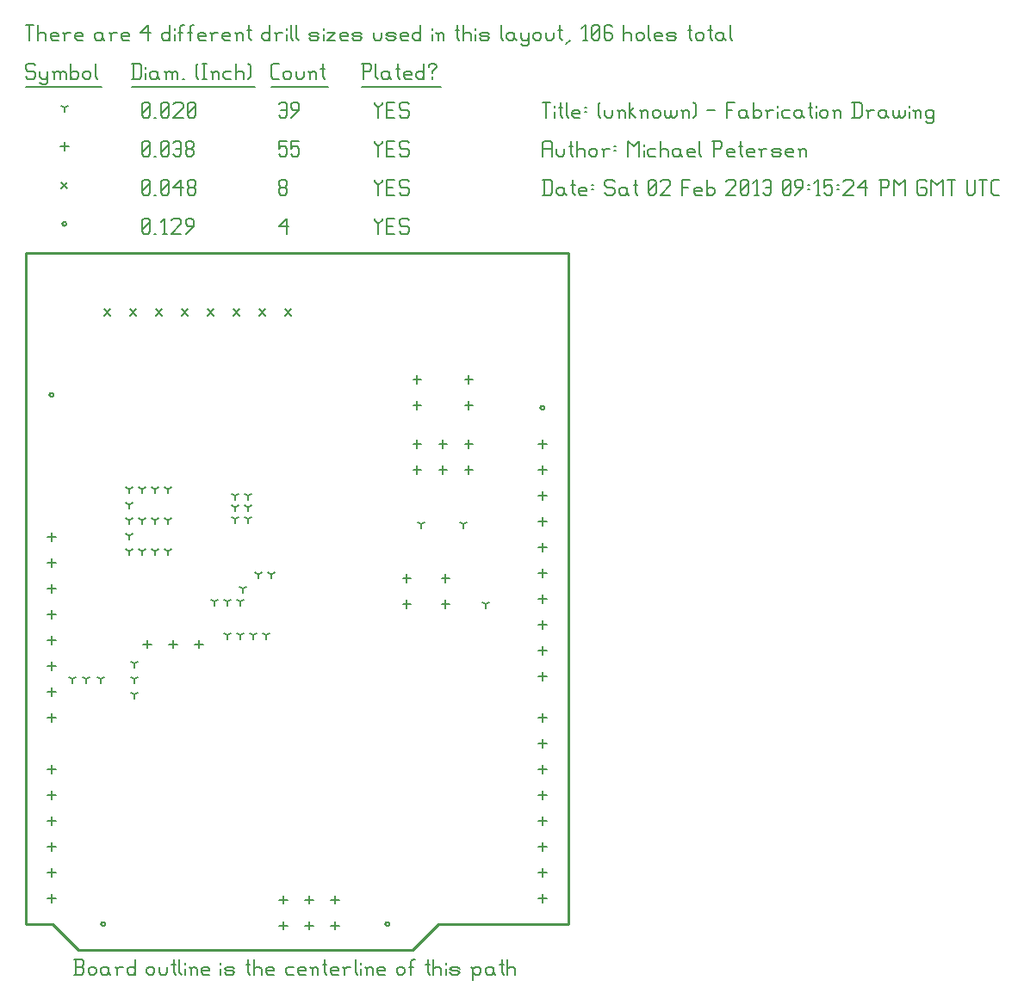
<source format=gbr>
G04 start of page 10 for group -3984 idx -3984 *
G04 Title: (unknown), fab *
G04 Creator: pcb 20110918 *
G04 CreationDate: Sat 02 Feb 2013 09:15:24 PM GMT UTC *
G04 For: petersen *
G04 Format: Gerber/RS-274X *
G04 PCB-Dimensions: 210000 270000 *
G04 PCB-Coordinate-Origin: lower left *
%MOIN*%
%FSLAX25Y25*%
%LNFAB*%
%ADD71C,0.0100*%
%ADD70C,0.0060*%
%ADD69R,0.0080X0.0080*%
G54D69*X139200Y10000D02*G75*G03X140800Y10000I800J0D01*G01*
G75*G03X139200Y10000I-800J0D01*G01*
X199200Y210000D02*G75*G03X200800Y210000I800J0D01*G01*
G75*G03X199200Y210000I-800J0D01*G01*
X9200Y215000D02*G75*G03X10800Y215000I800J0D01*G01*
G75*G03X9200Y215000I-800J0D01*G01*
X29200Y10000D02*G75*G03X30800Y10000I800J0D01*G01*
G75*G03X29200Y10000I-800J0D01*G01*
X14200Y281250D02*G75*G03X15800Y281250I800J0D01*G01*
G75*G03X14200Y281250I-800J0D01*G01*
G54D70*X135000Y283500D02*Y282750D01*
X136500Y281250D01*
X138000Y282750D01*
Y283500D02*Y282750D01*
X136500Y281250D02*Y277500D01*
X139800Y280500D02*X142050D01*
X139800Y277500D02*X142800D01*
X139800Y283500D02*Y277500D01*
Y283500D02*X142800D01*
X147600D02*X148350Y282750D01*
X145350Y283500D02*X147600D01*
X144600Y282750D02*X145350Y283500D01*
X144600Y282750D02*Y281250D01*
X145350Y280500D01*
X147600D01*
X148350Y279750D01*
Y278250D01*
X147600Y277500D02*X148350Y278250D01*
X145350Y277500D02*X147600D01*
X144600Y278250D02*X145350Y277500D01*
X98000Y280500D02*X101000Y283500D01*
X98000Y280500D02*X101750D01*
X101000Y283500D02*Y277500D01*
X45000Y278250D02*X45750Y277500D01*
X45000Y282750D02*Y278250D01*
Y282750D02*X45750Y283500D01*
X47250D01*
X48000Y282750D01*
Y278250D01*
X47250Y277500D02*X48000Y278250D01*
X45750Y277500D02*X47250D01*
X45000Y279000D02*X48000Y282000D01*
X49800Y277500D02*X50550D01*
X53100D02*X54600D01*
X53850Y283500D02*Y277500D01*
X52350Y282000D02*X53850Y283500D01*
X56400Y282750D02*X57150Y283500D01*
X59400D01*
X60150Y282750D01*
Y281250D01*
X56400Y277500D02*X60150Y281250D01*
X56400Y277500D02*X60150D01*
X61950D02*X64950Y280500D01*
Y282750D02*Y280500D01*
X64200Y283500D02*X64950Y282750D01*
X62700Y283500D02*X64200D01*
X61950Y282750D02*X62700Y283500D01*
X61950Y282750D02*Y281250D01*
X62700Y280500D01*
X64950D01*
X100300Y248200D02*X102700Y245800D01*
X100300D02*X102700Y248200D01*
X90300D02*X92700Y245800D01*
X90300D02*X92700Y248200D01*
X80300D02*X82700Y245800D01*
X80300D02*X82700Y248200D01*
X70300D02*X72700Y245800D01*
X70300D02*X72700Y248200D01*
X60300D02*X62700Y245800D01*
X60300D02*X62700Y248200D01*
X50300D02*X52700Y245800D01*
X50300D02*X52700Y248200D01*
X40300D02*X42700Y245800D01*
X40300D02*X42700Y248200D01*
X30300D02*X32700Y245800D01*
X30300D02*X32700Y248200D01*
X13800Y297450D02*X16200Y295050D01*
X13800D02*X16200Y297450D01*
X135000Y298500D02*Y297750D01*
X136500Y296250D01*
X138000Y297750D01*
Y298500D02*Y297750D01*
X136500Y296250D02*Y292500D01*
X139800Y295500D02*X142050D01*
X139800Y292500D02*X142800D01*
X139800Y298500D02*Y292500D01*
Y298500D02*X142800D01*
X147600D02*X148350Y297750D01*
X145350Y298500D02*X147600D01*
X144600Y297750D02*X145350Y298500D01*
X144600Y297750D02*Y296250D01*
X145350Y295500D01*
X147600D01*
X148350Y294750D01*
Y293250D01*
X147600Y292500D02*X148350Y293250D01*
X145350Y292500D02*X147600D01*
X144600Y293250D02*X145350Y292500D01*
X98000Y293250D02*X98750Y292500D01*
X98000Y294750D02*Y293250D01*
Y294750D02*X98750Y295500D01*
X100250D01*
X101000Y294750D01*
Y293250D01*
X100250Y292500D02*X101000Y293250D01*
X98750Y292500D02*X100250D01*
X98000Y296250D02*X98750Y295500D01*
X98000Y297750D02*Y296250D01*
Y297750D02*X98750Y298500D01*
X100250D01*
X101000Y297750D01*
Y296250D01*
X100250Y295500D02*X101000Y296250D01*
X45000Y293250D02*X45750Y292500D01*
X45000Y297750D02*Y293250D01*
Y297750D02*X45750Y298500D01*
X47250D01*
X48000Y297750D01*
Y293250D01*
X47250Y292500D02*X48000Y293250D01*
X45750Y292500D02*X47250D01*
X45000Y294000D02*X48000Y297000D01*
X49800Y292500D02*X50550D01*
X52350Y293250D02*X53100Y292500D01*
X52350Y297750D02*Y293250D01*
Y297750D02*X53100Y298500D01*
X54600D01*
X55350Y297750D01*
Y293250D01*
X54600Y292500D02*X55350Y293250D01*
X53100Y292500D02*X54600D01*
X52350Y294000D02*X55350Y297000D01*
X57150Y295500D02*X60150Y298500D01*
X57150Y295500D02*X60900D01*
X60150Y298500D02*Y292500D01*
X62700Y293250D02*X63450Y292500D01*
X62700Y294750D02*Y293250D01*
Y294750D02*X63450Y295500D01*
X64950D01*
X65700Y294750D01*
Y293250D01*
X64950Y292500D02*X65700Y293250D01*
X63450Y292500D02*X64950D01*
X62700Y296250D02*X63450Y295500D01*
X62700Y297750D02*Y296250D01*
Y297750D02*X63450Y298500D01*
X64950D01*
X65700Y297750D01*
Y296250D01*
X64950Y295500D02*X65700Y296250D01*
X10000Y161600D02*Y158400D01*
X8400Y160000D02*X11600D01*
X10000Y151600D02*Y148400D01*
X8400Y150000D02*X11600D01*
X10000Y141600D02*Y138400D01*
X8400Y140000D02*X11600D01*
X10000Y131600D02*Y128400D01*
X8400Y130000D02*X11600D01*
X10000Y121600D02*Y118400D01*
X8400Y120000D02*X11600D01*
X10000Y111600D02*Y108400D01*
X8400Y110000D02*X11600D01*
X10000Y101600D02*Y98400D01*
X8400Y100000D02*X11600D01*
X10000Y91600D02*Y88400D01*
X8400Y90000D02*X11600D01*
X10000Y71600D02*Y68400D01*
X8400Y70000D02*X11600D01*
X10000Y61600D02*Y58400D01*
X8400Y60000D02*X11600D01*
X10000Y51600D02*Y48400D01*
X8400Y50000D02*X11600D01*
X10000Y41600D02*Y38400D01*
X8400Y40000D02*X11600D01*
X10000Y31600D02*Y28400D01*
X8400Y30000D02*X11600D01*
X10000Y21600D02*Y18400D01*
X8400Y20000D02*X11600D01*
X200000Y21600D02*Y18400D01*
X198400Y20000D02*X201600D01*
X200000Y31600D02*Y28400D01*
X198400Y30000D02*X201600D01*
X200000Y41600D02*Y38400D01*
X198400Y40000D02*X201600D01*
X200000Y51600D02*Y48400D01*
X198400Y50000D02*X201600D01*
X200000Y61600D02*Y58400D01*
X198400Y60000D02*X201600D01*
X200000Y71600D02*Y68400D01*
X198400Y70000D02*X201600D01*
X200000Y81600D02*Y78400D01*
X198400Y80000D02*X201600D01*
X200000Y91600D02*Y88400D01*
X198400Y90000D02*X201600D01*
X200000Y107600D02*Y104400D01*
X198400Y106000D02*X201600D01*
X200000Y117600D02*Y114400D01*
X198400Y116000D02*X201600D01*
X200000Y127600D02*Y124400D01*
X198400Y126000D02*X201600D01*
X200000Y137600D02*Y134400D01*
X198400Y136000D02*X201600D01*
X200000Y147600D02*Y144400D01*
X198400Y146000D02*X201600D01*
X200000Y157600D02*Y154400D01*
X198400Y156000D02*X201600D01*
X200000Y167600D02*Y164400D01*
X198400Y166000D02*X201600D01*
X200000Y177600D02*Y174400D01*
X198400Y176000D02*X201600D01*
X200000Y187600D02*Y184400D01*
X198400Y186000D02*X201600D01*
X200000Y197600D02*Y194400D01*
X198400Y196000D02*X201600D01*
X47000Y120100D02*Y116900D01*
X45400Y118500D02*X48600D01*
X57000Y120100D02*Y116900D01*
X55400Y118500D02*X58600D01*
X67000Y120100D02*Y116900D01*
X65400Y118500D02*X68600D01*
X151500Y187600D02*Y184400D01*
X149900Y186000D02*X153100D01*
X161500Y187600D02*Y184400D01*
X159900Y186000D02*X163100D01*
X171500Y187600D02*Y184400D01*
X169900Y186000D02*X173100D01*
X151500Y197600D02*Y194400D01*
X149900Y196000D02*X153100D01*
X161500Y197600D02*Y194400D01*
X159900Y196000D02*X163100D01*
X171500Y197600D02*Y194400D01*
X169900Y196000D02*X173100D01*
X171500Y222600D02*Y219400D01*
X169900Y221000D02*X173100D01*
X171500Y212600D02*Y209400D01*
X169900Y211000D02*X173100D01*
X151500Y222600D02*Y219400D01*
X149900Y221000D02*X153100D01*
X151500Y212600D02*Y209400D01*
X149900Y211000D02*X153100D01*
X162500Y145600D02*Y142400D01*
X160900Y144000D02*X164100D01*
X162500Y135600D02*Y132400D01*
X160900Y134000D02*X164100D01*
X147500Y145600D02*Y142400D01*
X145900Y144000D02*X149100D01*
X147500Y135600D02*Y132400D01*
X145900Y134000D02*X149100D01*
X119803Y21049D02*Y17849D01*
X118203Y19449D02*X121403D01*
X109803Y21049D02*Y17849D01*
X108203Y19449D02*X111403D01*
X99803Y21049D02*Y17849D01*
X98203Y19449D02*X101403D01*
X119803Y11049D02*Y7849D01*
X118203Y9449D02*X121403D01*
X109803Y11049D02*Y7849D01*
X108203Y9449D02*X111403D01*
X99803Y11049D02*Y7849D01*
X98203Y9449D02*X101403D01*
X15000Y312850D02*Y309650D01*
X13400Y311250D02*X16600D01*
X135000Y313500D02*Y312750D01*
X136500Y311250D01*
X138000Y312750D01*
Y313500D02*Y312750D01*
X136500Y311250D02*Y307500D01*
X139800Y310500D02*X142050D01*
X139800Y307500D02*X142800D01*
X139800Y313500D02*Y307500D01*
Y313500D02*X142800D01*
X147600D02*X148350Y312750D01*
X145350Y313500D02*X147600D01*
X144600Y312750D02*X145350Y313500D01*
X144600Y312750D02*Y311250D01*
X145350Y310500D01*
X147600D01*
X148350Y309750D01*
Y308250D01*
X147600Y307500D02*X148350Y308250D01*
X145350Y307500D02*X147600D01*
X144600Y308250D02*X145350Y307500D01*
X98000Y313500D02*X101000D01*
X98000D02*Y310500D01*
X98750Y311250D01*
X100250D01*
X101000Y310500D01*
Y308250D01*
X100250Y307500D02*X101000Y308250D01*
X98750Y307500D02*X100250D01*
X98000Y308250D02*X98750Y307500D01*
X102800Y313500D02*X105800D01*
X102800D02*Y310500D01*
X103550Y311250D01*
X105050D01*
X105800Y310500D01*
Y308250D01*
X105050Y307500D02*X105800Y308250D01*
X103550Y307500D02*X105050D01*
X102800Y308250D02*X103550Y307500D01*
X45000Y308250D02*X45750Y307500D01*
X45000Y312750D02*Y308250D01*
Y312750D02*X45750Y313500D01*
X47250D01*
X48000Y312750D01*
Y308250D01*
X47250Y307500D02*X48000Y308250D01*
X45750Y307500D02*X47250D01*
X45000Y309000D02*X48000Y312000D01*
X49800Y307500D02*X50550D01*
X52350Y308250D02*X53100Y307500D01*
X52350Y312750D02*Y308250D01*
Y312750D02*X53100Y313500D01*
X54600D01*
X55350Y312750D01*
Y308250D01*
X54600Y307500D02*X55350Y308250D01*
X53100Y307500D02*X54600D01*
X52350Y309000D02*X55350Y312000D01*
X57150Y312750D02*X57900Y313500D01*
X59400D01*
X60150Y312750D01*
Y308250D01*
X59400Y307500D02*X60150Y308250D01*
X57900Y307500D02*X59400D01*
X57150Y308250D02*X57900Y307500D01*
Y310500D02*X60150D01*
X61950Y308250D02*X62700Y307500D01*
X61950Y309750D02*Y308250D01*
Y309750D02*X62700Y310500D01*
X64200D01*
X64950Y309750D01*
Y308250D01*
X64200Y307500D02*X64950Y308250D01*
X62700Y307500D02*X64200D01*
X61950Y311250D02*X62700Y310500D01*
X61950Y312750D02*Y311250D01*
Y312750D02*X62700Y313500D01*
X64200D01*
X64950Y312750D01*
Y311250D01*
X64200Y310500D02*X64950Y311250D01*
X169500Y165000D02*Y163400D01*
Y165000D02*X170887Y165800D01*
X169500Y165000D02*X168113Y165800D01*
X153000Y165000D02*Y163400D01*
Y165000D02*X154387Y165800D01*
X153000Y165000D02*X151613Y165800D01*
X178000Y134000D02*Y132400D01*
Y134000D02*X179387Y134800D01*
X178000Y134000D02*X176613Y134800D01*
X42000Y111000D02*Y109400D01*
Y111000D02*X43387Y111800D01*
X42000Y111000D02*X40613Y111800D01*
X42000Y105000D02*Y103400D01*
Y105000D02*X43387Y105800D01*
X42000Y105000D02*X40613Y105800D01*
X42000Y99000D02*Y97400D01*
Y99000D02*X43387Y99800D01*
X42000Y99000D02*X40613Y99800D01*
X18000Y105000D02*Y103400D01*
Y105000D02*X19387Y105800D01*
X18000Y105000D02*X16613Y105800D01*
X23500Y105000D02*Y103400D01*
Y105000D02*X24887Y105800D01*
X23500Y105000D02*X22113Y105800D01*
X29000Y105000D02*Y103400D01*
Y105000D02*X30387Y105800D01*
X29000Y105000D02*X27613Y105800D01*
X55000Y178500D02*Y176900D01*
Y178500D02*X56387Y179300D01*
X55000Y178500D02*X53613Y179300D01*
X50000Y178500D02*Y176900D01*
Y178500D02*X51387Y179300D01*
X50000Y178500D02*X48613Y179300D01*
X55000Y166500D02*Y164900D01*
Y166500D02*X56387Y167300D01*
X55000Y166500D02*X53613Y167300D01*
X50000Y166500D02*Y164900D01*
Y166500D02*X51387Y167300D01*
X50000Y166500D02*X48613Y167300D01*
X55000Y154500D02*Y152900D01*
Y154500D02*X56387Y155300D01*
X55000Y154500D02*X53613Y155300D01*
X50000Y154500D02*Y152900D01*
Y154500D02*X51387Y155300D01*
X50000Y154500D02*X48613Y155300D01*
X45000Y178500D02*Y176900D01*
Y178500D02*X46387Y179300D01*
X45000Y178500D02*X43613Y179300D01*
X40000Y178500D02*Y176900D01*
Y178500D02*X41387Y179300D01*
X40000Y178500D02*X38613Y179300D01*
X45000Y166500D02*Y164900D01*
Y166500D02*X46387Y167300D01*
X45000Y166500D02*X43613Y167300D01*
X40000Y166500D02*Y164900D01*
Y166500D02*X41387Y167300D01*
X40000Y166500D02*X38613Y167300D01*
X45000Y154500D02*Y152900D01*
Y154500D02*X46387Y155300D01*
X45000Y154500D02*X43613Y155300D01*
X40000Y154500D02*Y152900D01*
Y154500D02*X41387Y155300D01*
X40000Y154500D02*X38613Y155300D01*
X40000Y172500D02*Y170900D01*
Y172500D02*X41387Y173300D01*
X40000Y172500D02*X38613Y173300D01*
X40000Y160500D02*Y158900D01*
Y160500D02*X41387Y161300D01*
X40000Y160500D02*X38613Y161300D01*
X90000Y145500D02*Y143900D01*
Y145500D02*X91387Y146300D01*
X90000Y145500D02*X88613Y146300D01*
X95000Y145500D02*Y143900D01*
Y145500D02*X96387Y146300D01*
X95000Y145500D02*X93613Y146300D01*
X81000Y167000D02*Y165400D01*
Y167000D02*X82387Y167800D01*
X81000Y167000D02*X79613Y167800D01*
X86000Y167000D02*Y165400D01*
Y167000D02*X87387Y167800D01*
X86000Y167000D02*X84613Y167800D01*
X81000Y176000D02*Y174400D01*
Y176000D02*X82387Y176800D01*
X81000Y176000D02*X79613Y176800D01*
X86000Y176000D02*Y174400D01*
Y176000D02*X87387Y176800D01*
X86000Y176000D02*X84613Y176800D01*
X81000Y171500D02*Y169900D01*
Y171500D02*X82387Y172300D01*
X81000Y171500D02*X79613Y172300D01*
X86000Y171500D02*Y169900D01*
Y171500D02*X87387Y172300D01*
X86000Y171500D02*X84613Y172300D01*
X73000Y135000D02*Y133400D01*
Y135000D02*X74387Y135800D01*
X73000Y135000D02*X71613Y135800D01*
X78000Y135000D02*Y133400D01*
Y135000D02*X79387Y135800D01*
X78000Y135000D02*X76613Y135800D01*
X83000Y135000D02*Y133400D01*
Y135000D02*X84387Y135800D01*
X83000Y135000D02*X81613Y135800D01*
X84000Y140000D02*Y138400D01*
Y140000D02*X85387Y140800D01*
X84000Y140000D02*X82613Y140800D01*
X78000Y122000D02*Y120400D01*
Y122000D02*X79387Y122800D01*
X78000Y122000D02*X76613Y122800D01*
X83000Y122000D02*Y120400D01*
Y122000D02*X84387Y122800D01*
X83000Y122000D02*X81613Y122800D01*
X88000Y122000D02*Y120400D01*
Y122000D02*X89387Y122800D01*
X88000Y122000D02*X86613Y122800D01*
X93000Y122000D02*Y120400D01*
Y122000D02*X94387Y122800D01*
X93000Y122000D02*X91613Y122800D01*
X15000Y326250D02*Y324650D01*
Y326250D02*X16387Y327050D01*
X15000Y326250D02*X13613Y327050D01*
X135000Y328500D02*Y327750D01*
X136500Y326250D01*
X138000Y327750D01*
Y328500D02*Y327750D01*
X136500Y326250D02*Y322500D01*
X139800Y325500D02*X142050D01*
X139800Y322500D02*X142800D01*
X139800Y328500D02*Y322500D01*
Y328500D02*X142800D01*
X147600D02*X148350Y327750D01*
X145350Y328500D02*X147600D01*
X144600Y327750D02*X145350Y328500D01*
X144600Y327750D02*Y326250D01*
X145350Y325500D01*
X147600D01*
X148350Y324750D01*
Y323250D01*
X147600Y322500D02*X148350Y323250D01*
X145350Y322500D02*X147600D01*
X144600Y323250D02*X145350Y322500D01*
X98000Y327750D02*X98750Y328500D01*
X100250D01*
X101000Y327750D01*
Y323250D01*
X100250Y322500D02*X101000Y323250D01*
X98750Y322500D02*X100250D01*
X98000Y323250D02*X98750Y322500D01*
Y325500D02*X101000D01*
X102800Y322500D02*X105800Y325500D01*
Y327750D02*Y325500D01*
X105050Y328500D02*X105800Y327750D01*
X103550Y328500D02*X105050D01*
X102800Y327750D02*X103550Y328500D01*
X102800Y327750D02*Y326250D01*
X103550Y325500D01*
X105800D01*
X45000Y323250D02*X45750Y322500D01*
X45000Y327750D02*Y323250D01*
Y327750D02*X45750Y328500D01*
X47250D01*
X48000Y327750D01*
Y323250D01*
X47250Y322500D02*X48000Y323250D01*
X45750Y322500D02*X47250D01*
X45000Y324000D02*X48000Y327000D01*
X49800Y322500D02*X50550D01*
X52350Y323250D02*X53100Y322500D01*
X52350Y327750D02*Y323250D01*
Y327750D02*X53100Y328500D01*
X54600D01*
X55350Y327750D01*
Y323250D01*
X54600Y322500D02*X55350Y323250D01*
X53100Y322500D02*X54600D01*
X52350Y324000D02*X55350Y327000D01*
X57150Y327750D02*X57900Y328500D01*
X60150D01*
X60900Y327750D01*
Y326250D01*
X57150Y322500D02*X60900Y326250D01*
X57150Y322500D02*X60900D01*
X62700Y323250D02*X63450Y322500D01*
X62700Y327750D02*Y323250D01*
Y327750D02*X63450Y328500D01*
X64950D01*
X65700Y327750D01*
Y323250D01*
X64950Y322500D02*X65700Y323250D01*
X63450Y322500D02*X64950D01*
X62700Y324000D02*X65700Y327000D01*
X3000Y343500D02*X3750Y342750D01*
X750Y343500D02*X3000D01*
X0Y342750D02*X750Y343500D01*
X0Y342750D02*Y341250D01*
X750Y340500D01*
X3000D01*
X3750Y339750D01*
Y338250D01*
X3000Y337500D02*X3750Y338250D01*
X750Y337500D02*X3000D01*
X0Y338250D02*X750Y337500D01*
X5550Y340500D02*Y338250D01*
X6300Y337500D01*
X8550Y340500D02*Y336000D01*
X7800Y335250D02*X8550Y336000D01*
X6300Y335250D02*X7800D01*
X5550Y336000D02*X6300Y335250D01*
Y337500D02*X7800D01*
X8550Y338250D01*
X11100Y339750D02*Y337500D01*
Y339750D02*X11850Y340500D01*
X12600D01*
X13350Y339750D01*
Y337500D01*
Y339750D02*X14100Y340500D01*
X14850D01*
X15600Y339750D01*
Y337500D01*
X10350Y340500D02*X11100Y339750D01*
X17400Y343500D02*Y337500D01*
Y338250D02*X18150Y337500D01*
X19650D01*
X20400Y338250D01*
Y339750D02*Y338250D01*
X19650Y340500D02*X20400Y339750D01*
X18150Y340500D02*X19650D01*
X17400Y339750D02*X18150Y340500D01*
X22200Y339750D02*Y338250D01*
Y339750D02*X22950Y340500D01*
X24450D01*
X25200Y339750D01*
Y338250D01*
X24450Y337500D02*X25200Y338250D01*
X22950Y337500D02*X24450D01*
X22200Y338250D02*X22950Y337500D01*
X27000Y343500D02*Y338250D01*
X27750Y337500D01*
X0Y334250D02*X29250D01*
X41750Y343500D02*Y337500D01*
X44000Y343500D02*X44750Y342750D01*
Y338250D01*
X44000Y337500D02*X44750Y338250D01*
X41000Y337500D02*X44000D01*
X41000Y343500D02*X44000D01*
X46550Y342000D02*Y341250D01*
Y339750D02*Y337500D01*
X50300Y340500D02*X51050Y339750D01*
X48800Y340500D02*X50300D01*
X48050Y339750D02*X48800Y340500D01*
X48050Y339750D02*Y338250D01*
X48800Y337500D01*
X51050Y340500D02*Y338250D01*
X51800Y337500D01*
X48800D02*X50300D01*
X51050Y338250D01*
X54350Y339750D02*Y337500D01*
Y339750D02*X55100Y340500D01*
X55850D01*
X56600Y339750D01*
Y337500D01*
Y339750D02*X57350Y340500D01*
X58100D01*
X58850Y339750D01*
Y337500D01*
X53600Y340500D02*X54350Y339750D01*
X60650Y337500D02*X61400D01*
X65900Y338250D02*X66650Y337500D01*
X65900Y342750D02*X66650Y343500D01*
X65900Y342750D02*Y338250D01*
X68450Y343500D02*X69950D01*
X69200D02*Y337500D01*
X68450D02*X69950D01*
X72500Y339750D02*Y337500D01*
Y339750D02*X73250Y340500D01*
X74000D01*
X74750Y339750D01*
Y337500D01*
X71750Y340500D02*X72500Y339750D01*
X77300Y340500D02*X79550D01*
X76550Y339750D02*X77300Y340500D01*
X76550Y339750D02*Y338250D01*
X77300Y337500D01*
X79550D01*
X81350Y343500D02*Y337500D01*
Y339750D02*X82100Y340500D01*
X83600D01*
X84350Y339750D01*
Y337500D01*
X86150Y343500D02*X86900Y342750D01*
Y338250D01*
X86150Y337500D02*X86900Y338250D01*
X41000Y334250D02*X88700D01*
X95750Y337500D02*X98000D01*
X95000Y338250D02*X95750Y337500D01*
X95000Y342750D02*Y338250D01*
Y342750D02*X95750Y343500D01*
X98000D01*
X99800Y339750D02*Y338250D01*
Y339750D02*X100550Y340500D01*
X102050D01*
X102800Y339750D01*
Y338250D01*
X102050Y337500D02*X102800Y338250D01*
X100550Y337500D02*X102050D01*
X99800Y338250D02*X100550Y337500D01*
X104600Y340500D02*Y338250D01*
X105350Y337500D01*
X106850D01*
X107600Y338250D01*
Y340500D02*Y338250D01*
X110150Y339750D02*Y337500D01*
Y339750D02*X110900Y340500D01*
X111650D01*
X112400Y339750D01*
Y337500D01*
X109400Y340500D02*X110150Y339750D01*
X114950Y343500D02*Y338250D01*
X115700Y337500D01*
X114200Y341250D02*X115700D01*
X95000Y334250D02*X117200D01*
X130750Y343500D02*Y337500D01*
X130000Y343500D02*X133000D01*
X133750Y342750D01*
Y341250D01*
X133000Y340500D02*X133750Y341250D01*
X130750Y340500D02*X133000D01*
X135550Y343500D02*Y338250D01*
X136300Y337500D01*
X140050Y340500D02*X140800Y339750D01*
X138550Y340500D02*X140050D01*
X137800Y339750D02*X138550Y340500D01*
X137800Y339750D02*Y338250D01*
X138550Y337500D01*
X140800Y340500D02*Y338250D01*
X141550Y337500D01*
X138550D02*X140050D01*
X140800Y338250D01*
X144100Y343500D02*Y338250D01*
X144850Y337500D01*
X143350Y341250D02*X144850D01*
X147100Y337500D02*X149350D01*
X146350Y338250D02*X147100Y337500D01*
X146350Y339750D02*Y338250D01*
Y339750D02*X147100Y340500D01*
X148600D01*
X149350Y339750D01*
X146350Y339000D02*X149350D01*
Y339750D02*Y339000D01*
X154150Y343500D02*Y337500D01*
X153400D02*X154150Y338250D01*
X151900Y337500D02*X153400D01*
X151150Y338250D02*X151900Y337500D01*
X151150Y339750D02*Y338250D01*
Y339750D02*X151900Y340500D01*
X153400D01*
X154150Y339750D01*
X157450Y340500D02*Y339750D01*
Y338250D02*Y337500D01*
X155950Y342750D02*Y342000D01*
Y342750D02*X156700Y343500D01*
X158200D01*
X158950Y342750D01*
Y342000D01*
X157450Y340500D02*X158950Y342000D01*
X130000Y334250D02*X160750D01*
X0Y358500D02*X3000D01*
X1500D02*Y352500D01*
X4800Y358500D02*Y352500D01*
Y354750D02*X5550Y355500D01*
X7050D01*
X7800Y354750D01*
Y352500D01*
X10350D02*X12600D01*
X9600Y353250D02*X10350Y352500D01*
X9600Y354750D02*Y353250D01*
Y354750D02*X10350Y355500D01*
X11850D01*
X12600Y354750D01*
X9600Y354000D02*X12600D01*
Y354750D02*Y354000D01*
X15150Y354750D02*Y352500D01*
Y354750D02*X15900Y355500D01*
X17400D01*
X14400D02*X15150Y354750D01*
X19950Y352500D02*X22200D01*
X19200Y353250D02*X19950Y352500D01*
X19200Y354750D02*Y353250D01*
Y354750D02*X19950Y355500D01*
X21450D01*
X22200Y354750D01*
X19200Y354000D02*X22200D01*
Y354750D02*Y354000D01*
X28950Y355500D02*X29700Y354750D01*
X27450Y355500D02*X28950D01*
X26700Y354750D02*X27450Y355500D01*
X26700Y354750D02*Y353250D01*
X27450Y352500D01*
X29700Y355500D02*Y353250D01*
X30450Y352500D01*
X27450D02*X28950D01*
X29700Y353250D01*
X33000Y354750D02*Y352500D01*
Y354750D02*X33750Y355500D01*
X35250D01*
X32250D02*X33000Y354750D01*
X37800Y352500D02*X40050D01*
X37050Y353250D02*X37800Y352500D01*
X37050Y354750D02*Y353250D01*
Y354750D02*X37800Y355500D01*
X39300D01*
X40050Y354750D01*
X37050Y354000D02*X40050D01*
Y354750D02*Y354000D01*
X44550Y355500D02*X47550Y358500D01*
X44550Y355500D02*X48300D01*
X47550Y358500D02*Y352500D01*
X55800Y358500D02*Y352500D01*
X55050D02*X55800Y353250D01*
X53550Y352500D02*X55050D01*
X52800Y353250D02*X53550Y352500D01*
X52800Y354750D02*Y353250D01*
Y354750D02*X53550Y355500D01*
X55050D01*
X55800Y354750D01*
X57600Y357000D02*Y356250D01*
Y354750D02*Y352500D01*
X59850Y357750D02*Y352500D01*
Y357750D02*X60600Y358500D01*
X61350D01*
X59100Y355500D02*X60600D01*
X63600Y357750D02*Y352500D01*
Y357750D02*X64350Y358500D01*
X65100D01*
X62850Y355500D02*X64350D01*
X67350Y352500D02*X69600D01*
X66600Y353250D02*X67350Y352500D01*
X66600Y354750D02*Y353250D01*
Y354750D02*X67350Y355500D01*
X68850D01*
X69600Y354750D01*
X66600Y354000D02*X69600D01*
Y354750D02*Y354000D01*
X72150Y354750D02*Y352500D01*
Y354750D02*X72900Y355500D01*
X74400D01*
X71400D02*X72150Y354750D01*
X76950Y352500D02*X79200D01*
X76200Y353250D02*X76950Y352500D01*
X76200Y354750D02*Y353250D01*
Y354750D02*X76950Y355500D01*
X78450D01*
X79200Y354750D01*
X76200Y354000D02*X79200D01*
Y354750D02*Y354000D01*
X81750Y354750D02*Y352500D01*
Y354750D02*X82500Y355500D01*
X83250D01*
X84000Y354750D01*
Y352500D01*
X81000Y355500D02*X81750Y354750D01*
X86550Y358500D02*Y353250D01*
X87300Y352500D01*
X85800Y356250D02*X87300D01*
X94500Y358500D02*Y352500D01*
X93750D02*X94500Y353250D01*
X92250Y352500D02*X93750D01*
X91500Y353250D02*X92250Y352500D01*
X91500Y354750D02*Y353250D01*
Y354750D02*X92250Y355500D01*
X93750D01*
X94500Y354750D01*
X97050D02*Y352500D01*
Y354750D02*X97800Y355500D01*
X99300D01*
X96300D02*X97050Y354750D01*
X101100Y357000D02*Y356250D01*
Y354750D02*Y352500D01*
X102600Y358500D02*Y353250D01*
X103350Y352500D01*
X104850Y358500D02*Y353250D01*
X105600Y352500D01*
X110550D02*X112800D01*
X113550Y353250D01*
X112800Y354000D02*X113550Y353250D01*
X110550Y354000D02*X112800D01*
X109800Y354750D02*X110550Y354000D01*
X109800Y354750D02*X110550Y355500D01*
X112800D01*
X113550Y354750D01*
X109800Y353250D02*X110550Y352500D01*
X115350Y357000D02*Y356250D01*
Y354750D02*Y352500D01*
X116850Y355500D02*X119850D01*
X116850Y352500D02*X119850Y355500D01*
X116850Y352500D02*X119850D01*
X122400D02*X124650D01*
X121650Y353250D02*X122400Y352500D01*
X121650Y354750D02*Y353250D01*
Y354750D02*X122400Y355500D01*
X123900D01*
X124650Y354750D01*
X121650Y354000D02*X124650D01*
Y354750D02*Y354000D01*
X127200Y352500D02*X129450D01*
X130200Y353250D01*
X129450Y354000D02*X130200Y353250D01*
X127200Y354000D02*X129450D01*
X126450Y354750D02*X127200Y354000D01*
X126450Y354750D02*X127200Y355500D01*
X129450D01*
X130200Y354750D01*
X126450Y353250D02*X127200Y352500D01*
X134700Y355500D02*Y353250D01*
X135450Y352500D01*
X136950D01*
X137700Y353250D01*
Y355500D02*Y353250D01*
X140250Y352500D02*X142500D01*
X143250Y353250D01*
X142500Y354000D02*X143250Y353250D01*
X140250Y354000D02*X142500D01*
X139500Y354750D02*X140250Y354000D01*
X139500Y354750D02*X140250Y355500D01*
X142500D01*
X143250Y354750D01*
X139500Y353250D02*X140250Y352500D01*
X145800D02*X148050D01*
X145050Y353250D02*X145800Y352500D01*
X145050Y354750D02*Y353250D01*
Y354750D02*X145800Y355500D01*
X147300D01*
X148050Y354750D01*
X145050Y354000D02*X148050D01*
Y354750D02*Y354000D01*
X152850Y358500D02*Y352500D01*
X152100D02*X152850Y353250D01*
X150600Y352500D02*X152100D01*
X149850Y353250D02*X150600Y352500D01*
X149850Y354750D02*Y353250D01*
Y354750D02*X150600Y355500D01*
X152100D01*
X152850Y354750D01*
X157350Y357000D02*Y356250D01*
Y354750D02*Y352500D01*
X159600Y354750D02*Y352500D01*
Y354750D02*X160350Y355500D01*
X161100D01*
X161850Y354750D01*
Y352500D01*
X158850Y355500D02*X159600Y354750D01*
X167100Y358500D02*Y353250D01*
X167850Y352500D01*
X166350Y356250D02*X167850D01*
X169350Y358500D02*Y352500D01*
Y354750D02*X170100Y355500D01*
X171600D01*
X172350Y354750D01*
Y352500D01*
X174150Y357000D02*Y356250D01*
Y354750D02*Y352500D01*
X176400D02*X178650D01*
X179400Y353250D01*
X178650Y354000D02*X179400Y353250D01*
X176400Y354000D02*X178650D01*
X175650Y354750D02*X176400Y354000D01*
X175650Y354750D02*X176400Y355500D01*
X178650D01*
X179400Y354750D01*
X175650Y353250D02*X176400Y352500D01*
X183900Y358500D02*Y353250D01*
X184650Y352500D01*
X188400Y355500D02*X189150Y354750D01*
X186900Y355500D02*X188400D01*
X186150Y354750D02*X186900Y355500D01*
X186150Y354750D02*Y353250D01*
X186900Y352500D01*
X189150Y355500D02*Y353250D01*
X189900Y352500D01*
X186900D02*X188400D01*
X189150Y353250D01*
X191700Y355500D02*Y353250D01*
X192450Y352500D01*
X194700Y355500D02*Y351000D01*
X193950Y350250D02*X194700Y351000D01*
X192450Y350250D02*X193950D01*
X191700Y351000D02*X192450Y350250D01*
Y352500D02*X193950D01*
X194700Y353250D01*
X196500Y354750D02*Y353250D01*
Y354750D02*X197250Y355500D01*
X198750D01*
X199500Y354750D01*
Y353250D01*
X198750Y352500D02*X199500Y353250D01*
X197250Y352500D02*X198750D01*
X196500Y353250D02*X197250Y352500D01*
X201300Y355500D02*Y353250D01*
X202050Y352500D01*
X203550D01*
X204300Y353250D01*
Y355500D02*Y353250D01*
X206850Y358500D02*Y353250D01*
X207600Y352500D01*
X206100Y356250D02*X207600D01*
X209100Y351000D02*X210600Y352500D01*
X215850D02*X217350D01*
X216600Y358500D02*Y352500D01*
X215100Y357000D02*X216600Y358500D01*
X219150Y353250D02*X219900Y352500D01*
X219150Y357750D02*Y353250D01*
Y357750D02*X219900Y358500D01*
X221400D01*
X222150Y357750D01*
Y353250D01*
X221400Y352500D02*X222150Y353250D01*
X219900Y352500D02*X221400D01*
X219150Y354000D02*X222150Y357000D01*
X226200Y358500D02*X226950Y357750D01*
X224700Y358500D02*X226200D01*
X223950Y357750D02*X224700Y358500D01*
X223950Y357750D02*Y353250D01*
X224700Y352500D01*
X226200Y355500D02*X226950Y354750D01*
X223950Y355500D02*X226200D01*
X224700Y352500D02*X226200D01*
X226950Y353250D01*
Y354750D02*Y353250D01*
X231450Y358500D02*Y352500D01*
Y354750D02*X232200Y355500D01*
X233700D01*
X234450Y354750D01*
Y352500D01*
X236250Y354750D02*Y353250D01*
Y354750D02*X237000Y355500D01*
X238500D01*
X239250Y354750D01*
Y353250D01*
X238500Y352500D02*X239250Y353250D01*
X237000Y352500D02*X238500D01*
X236250Y353250D02*X237000Y352500D01*
X241050Y358500D02*Y353250D01*
X241800Y352500D01*
X244050D02*X246300D01*
X243300Y353250D02*X244050Y352500D01*
X243300Y354750D02*Y353250D01*
Y354750D02*X244050Y355500D01*
X245550D01*
X246300Y354750D01*
X243300Y354000D02*X246300D01*
Y354750D02*Y354000D01*
X248850Y352500D02*X251100D01*
X251850Y353250D01*
X251100Y354000D02*X251850Y353250D01*
X248850Y354000D02*X251100D01*
X248100Y354750D02*X248850Y354000D01*
X248100Y354750D02*X248850Y355500D01*
X251100D01*
X251850Y354750D01*
X248100Y353250D02*X248850Y352500D01*
X257100Y358500D02*Y353250D01*
X257850Y352500D01*
X256350Y356250D02*X257850D01*
X259350Y354750D02*Y353250D01*
Y354750D02*X260100Y355500D01*
X261600D01*
X262350Y354750D01*
Y353250D01*
X261600Y352500D02*X262350Y353250D01*
X260100Y352500D02*X261600D01*
X259350Y353250D02*X260100Y352500D01*
X264900Y358500D02*Y353250D01*
X265650Y352500D01*
X264150Y356250D02*X265650D01*
X269400Y355500D02*X270150Y354750D01*
X267900Y355500D02*X269400D01*
X267150Y354750D02*X267900Y355500D01*
X267150Y354750D02*Y353250D01*
X267900Y352500D01*
X270150Y355500D02*Y353250D01*
X270900Y352500D01*
X267900D02*X269400D01*
X270150Y353250D01*
X272700Y358500D02*Y353250D01*
X273450Y352500D01*
G54D71*X0Y270000D02*Y10000D01*
X210000D02*Y270000D01*
X0D01*
Y10000D02*X10300D01*
X20300Y0D01*
X149700D01*
X159700Y10000D01*
X210000D01*
G54D70*X18675Y-9500D02*X21675D01*
X22425Y-8750D01*
Y-7250D02*Y-8750D01*
X21675Y-6500D02*X22425Y-7250D01*
X19425Y-6500D02*X21675D01*
X19425Y-3500D02*Y-9500D01*
X18675Y-3500D02*X21675D01*
X22425Y-4250D01*
Y-5750D01*
X21675Y-6500D02*X22425Y-5750D01*
X24225Y-7250D02*Y-8750D01*
Y-7250D02*X24975Y-6500D01*
X26475D01*
X27225Y-7250D01*
Y-8750D01*
X26475Y-9500D02*X27225Y-8750D01*
X24975Y-9500D02*X26475D01*
X24225Y-8750D02*X24975Y-9500D01*
X31275Y-6500D02*X32025Y-7250D01*
X29775Y-6500D02*X31275D01*
X29025Y-7250D02*X29775Y-6500D01*
X29025Y-7250D02*Y-8750D01*
X29775Y-9500D01*
X32025Y-6500D02*Y-8750D01*
X32775Y-9500D01*
X29775D02*X31275D01*
X32025Y-8750D01*
X35325Y-7250D02*Y-9500D01*
Y-7250D02*X36075Y-6500D01*
X37575D01*
X34575D02*X35325Y-7250D01*
X42375Y-3500D02*Y-9500D01*
X41625D02*X42375Y-8750D01*
X40125Y-9500D02*X41625D01*
X39375Y-8750D02*X40125Y-9500D01*
X39375Y-7250D02*Y-8750D01*
Y-7250D02*X40125Y-6500D01*
X41625D01*
X42375Y-7250D01*
X46875D02*Y-8750D01*
Y-7250D02*X47625Y-6500D01*
X49125D01*
X49875Y-7250D01*
Y-8750D01*
X49125Y-9500D02*X49875Y-8750D01*
X47625Y-9500D02*X49125D01*
X46875Y-8750D02*X47625Y-9500D01*
X51675Y-6500D02*Y-8750D01*
X52425Y-9500D01*
X53925D01*
X54675Y-8750D01*
Y-6500D02*Y-8750D01*
X57225Y-3500D02*Y-8750D01*
X57975Y-9500D01*
X56475Y-5750D02*X57975D01*
X59475Y-3500D02*Y-8750D01*
X60225Y-9500D01*
X61725Y-5000D02*Y-5750D01*
Y-7250D02*Y-9500D01*
X63975Y-7250D02*Y-9500D01*
Y-7250D02*X64725Y-6500D01*
X65475D01*
X66225Y-7250D01*
Y-9500D01*
X63225Y-6500D02*X63975Y-7250D01*
X68775Y-9500D02*X71025D01*
X68025Y-8750D02*X68775Y-9500D01*
X68025Y-7250D02*Y-8750D01*
Y-7250D02*X68775Y-6500D01*
X70275D01*
X71025Y-7250D01*
X68025Y-8000D02*X71025D01*
Y-7250D02*Y-8000D01*
X75525Y-5000D02*Y-5750D01*
Y-7250D02*Y-9500D01*
X77775D02*X80025D01*
X80775Y-8750D01*
X80025Y-8000D02*X80775Y-8750D01*
X77775Y-8000D02*X80025D01*
X77025Y-7250D02*X77775Y-8000D01*
X77025Y-7250D02*X77775Y-6500D01*
X80025D01*
X80775Y-7250D01*
X77025Y-8750D02*X77775Y-9500D01*
X86025Y-3500D02*Y-8750D01*
X86775Y-9500D01*
X85275Y-5750D02*X86775D01*
X88275Y-3500D02*Y-9500D01*
Y-7250D02*X89025Y-6500D01*
X90525D01*
X91275Y-7250D01*
Y-9500D01*
X93825D02*X96075D01*
X93075Y-8750D02*X93825Y-9500D01*
X93075Y-7250D02*Y-8750D01*
Y-7250D02*X93825Y-6500D01*
X95325D01*
X96075Y-7250D01*
X93075Y-8000D02*X96075D01*
Y-7250D02*Y-8000D01*
X101325Y-6500D02*X103575D01*
X100575Y-7250D02*X101325Y-6500D01*
X100575Y-7250D02*Y-8750D01*
X101325Y-9500D01*
X103575D01*
X106125D02*X108375D01*
X105375Y-8750D02*X106125Y-9500D01*
X105375Y-7250D02*Y-8750D01*
Y-7250D02*X106125Y-6500D01*
X107625D01*
X108375Y-7250D01*
X105375Y-8000D02*X108375D01*
Y-7250D02*Y-8000D01*
X110925Y-7250D02*Y-9500D01*
Y-7250D02*X111675Y-6500D01*
X112425D01*
X113175Y-7250D01*
Y-9500D01*
X110175Y-6500D02*X110925Y-7250D01*
X115725Y-3500D02*Y-8750D01*
X116475Y-9500D01*
X114975Y-5750D02*X116475D01*
X118725Y-9500D02*X120975D01*
X117975Y-8750D02*X118725Y-9500D01*
X117975Y-7250D02*Y-8750D01*
Y-7250D02*X118725Y-6500D01*
X120225D01*
X120975Y-7250D01*
X117975Y-8000D02*X120975D01*
Y-7250D02*Y-8000D01*
X123525Y-7250D02*Y-9500D01*
Y-7250D02*X124275Y-6500D01*
X125775D01*
X122775D02*X123525Y-7250D01*
X127575Y-3500D02*Y-8750D01*
X128325Y-9500D01*
X129825Y-5000D02*Y-5750D01*
Y-7250D02*Y-9500D01*
X132075Y-7250D02*Y-9500D01*
Y-7250D02*X132825Y-6500D01*
X133575D01*
X134325Y-7250D01*
Y-9500D01*
X131325Y-6500D02*X132075Y-7250D01*
X136875Y-9500D02*X139125D01*
X136125Y-8750D02*X136875Y-9500D01*
X136125Y-7250D02*Y-8750D01*
Y-7250D02*X136875Y-6500D01*
X138375D01*
X139125Y-7250D01*
X136125Y-8000D02*X139125D01*
Y-7250D02*Y-8000D01*
X143625Y-7250D02*Y-8750D01*
Y-7250D02*X144375Y-6500D01*
X145875D01*
X146625Y-7250D01*
Y-8750D01*
X145875Y-9500D02*X146625Y-8750D01*
X144375Y-9500D02*X145875D01*
X143625Y-8750D02*X144375Y-9500D01*
X149175Y-4250D02*Y-9500D01*
Y-4250D02*X149925Y-3500D01*
X150675D01*
X148425Y-6500D02*X149925D01*
X155625Y-3500D02*Y-8750D01*
X156375Y-9500D01*
X154875Y-5750D02*X156375D01*
X157875Y-3500D02*Y-9500D01*
Y-7250D02*X158625Y-6500D01*
X160125D01*
X160875Y-7250D01*
Y-9500D01*
X162675Y-5000D02*Y-5750D01*
Y-7250D02*Y-9500D01*
X164925D02*X167175D01*
X167925Y-8750D01*
X167175Y-8000D02*X167925Y-8750D01*
X164925Y-8000D02*X167175D01*
X164175Y-7250D02*X164925Y-8000D01*
X164175Y-7250D02*X164925Y-6500D01*
X167175D01*
X167925Y-7250D01*
X164175Y-8750D02*X164925Y-9500D01*
X173175Y-7250D02*Y-11750D01*
X172425Y-6500D02*X173175Y-7250D01*
X173925Y-6500D01*
X175425D01*
X176175Y-7250D01*
Y-8750D01*
X175425Y-9500D02*X176175Y-8750D01*
X173925Y-9500D02*X175425D01*
X173175Y-8750D02*X173925Y-9500D01*
X180225Y-6500D02*X180975Y-7250D01*
X178725Y-6500D02*X180225D01*
X177975Y-7250D02*X178725Y-6500D01*
X177975Y-7250D02*Y-8750D01*
X178725Y-9500D01*
X180975Y-6500D02*Y-8750D01*
X181725Y-9500D01*
X178725D02*X180225D01*
X180975Y-8750D01*
X184275Y-3500D02*Y-8750D01*
X185025Y-9500D01*
X183525Y-5750D02*X185025D01*
X186525Y-3500D02*Y-9500D01*
Y-7250D02*X187275Y-6500D01*
X188775D01*
X189525Y-7250D01*
Y-9500D01*
X200750Y298500D02*Y292500D01*
X203000Y298500D02*X203750Y297750D01*
Y293250D01*
X203000Y292500D02*X203750Y293250D01*
X200000Y292500D02*X203000D01*
X200000Y298500D02*X203000D01*
X207800Y295500D02*X208550Y294750D01*
X206300Y295500D02*X207800D01*
X205550Y294750D02*X206300Y295500D01*
X205550Y294750D02*Y293250D01*
X206300Y292500D01*
X208550Y295500D02*Y293250D01*
X209300Y292500D01*
X206300D02*X207800D01*
X208550Y293250D01*
X211850Y298500D02*Y293250D01*
X212600Y292500D01*
X211100Y296250D02*X212600D01*
X214850Y292500D02*X217100D01*
X214100Y293250D02*X214850Y292500D01*
X214100Y294750D02*Y293250D01*
Y294750D02*X214850Y295500D01*
X216350D01*
X217100Y294750D01*
X214100Y294000D02*X217100D01*
Y294750D02*Y294000D01*
X218900Y296250D02*X219650D01*
X218900Y294750D02*X219650D01*
X227150Y298500D02*X227900Y297750D01*
X224900Y298500D02*X227150D01*
X224150Y297750D02*X224900Y298500D01*
X224150Y297750D02*Y296250D01*
X224900Y295500D01*
X227150D01*
X227900Y294750D01*
Y293250D01*
X227150Y292500D02*X227900Y293250D01*
X224900Y292500D02*X227150D01*
X224150Y293250D02*X224900Y292500D01*
X231950Y295500D02*X232700Y294750D01*
X230450Y295500D02*X231950D01*
X229700Y294750D02*X230450Y295500D01*
X229700Y294750D02*Y293250D01*
X230450Y292500D01*
X232700Y295500D02*Y293250D01*
X233450Y292500D01*
X230450D02*X231950D01*
X232700Y293250D01*
X236000Y298500D02*Y293250D01*
X236750Y292500D01*
X235250Y296250D02*X236750D01*
X240950Y293250D02*X241700Y292500D01*
X240950Y297750D02*Y293250D01*
Y297750D02*X241700Y298500D01*
X243200D01*
X243950Y297750D01*
Y293250D01*
X243200Y292500D02*X243950Y293250D01*
X241700Y292500D02*X243200D01*
X240950Y294000D02*X243950Y297000D01*
X245750Y297750D02*X246500Y298500D01*
X248750D01*
X249500Y297750D01*
Y296250D01*
X245750Y292500D02*X249500Y296250D01*
X245750Y292500D02*X249500D01*
X254000Y298500D02*Y292500D01*
Y298500D02*X257000D01*
X254000Y295500D02*X256250D01*
X259550Y292500D02*X261800D01*
X258800Y293250D02*X259550Y292500D01*
X258800Y294750D02*Y293250D01*
Y294750D02*X259550Y295500D01*
X261050D01*
X261800Y294750D01*
X258800Y294000D02*X261800D01*
Y294750D02*Y294000D01*
X263600Y298500D02*Y292500D01*
Y293250D02*X264350Y292500D01*
X265850D01*
X266600Y293250D01*
Y294750D02*Y293250D01*
X265850Y295500D02*X266600Y294750D01*
X264350Y295500D02*X265850D01*
X263600Y294750D02*X264350Y295500D01*
X271100Y297750D02*X271850Y298500D01*
X274100D01*
X274850Y297750D01*
Y296250D01*
X271100Y292500D02*X274850Y296250D01*
X271100Y292500D02*X274850D01*
X276650Y293250D02*X277400Y292500D01*
X276650Y297750D02*Y293250D01*
Y297750D02*X277400Y298500D01*
X278900D01*
X279650Y297750D01*
Y293250D01*
X278900Y292500D02*X279650Y293250D01*
X277400Y292500D02*X278900D01*
X276650Y294000D02*X279650Y297000D01*
X282200Y292500D02*X283700D01*
X282950Y298500D02*Y292500D01*
X281450Y297000D02*X282950Y298500D01*
X285500Y297750D02*X286250Y298500D01*
X287750D01*
X288500Y297750D01*
Y293250D01*
X287750Y292500D02*X288500Y293250D01*
X286250Y292500D02*X287750D01*
X285500Y293250D02*X286250Y292500D01*
Y295500D02*X288500D01*
X293000Y293250D02*X293750Y292500D01*
X293000Y297750D02*Y293250D01*
Y297750D02*X293750Y298500D01*
X295250D01*
X296000Y297750D01*
Y293250D01*
X295250Y292500D02*X296000Y293250D01*
X293750Y292500D02*X295250D01*
X293000Y294000D02*X296000Y297000D01*
X297800Y292500D02*X300800Y295500D01*
Y297750D02*Y295500D01*
X300050Y298500D02*X300800Y297750D01*
X298550Y298500D02*X300050D01*
X297800Y297750D02*X298550Y298500D01*
X297800Y297750D02*Y296250D01*
X298550Y295500D01*
X300800D01*
X302600Y296250D02*X303350D01*
X302600Y294750D02*X303350D01*
X305900Y292500D02*X307400D01*
X306650Y298500D02*Y292500D01*
X305150Y297000D02*X306650Y298500D01*
X309200D02*X312200D01*
X309200D02*Y295500D01*
X309950Y296250D01*
X311450D01*
X312200Y295500D01*
Y293250D01*
X311450Y292500D02*X312200Y293250D01*
X309950Y292500D02*X311450D01*
X309200Y293250D02*X309950Y292500D01*
X314000Y296250D02*X314750D01*
X314000Y294750D02*X314750D01*
X316550Y297750D02*X317300Y298500D01*
X319550D01*
X320300Y297750D01*
Y296250D01*
X316550Y292500D02*X320300Y296250D01*
X316550Y292500D02*X320300D01*
X322100Y295500D02*X325100Y298500D01*
X322100Y295500D02*X325850D01*
X325100Y298500D02*Y292500D01*
X331100Y298500D02*Y292500D01*
X330350Y298500D02*X333350D01*
X334100Y297750D01*
Y296250D01*
X333350Y295500D02*X334100Y296250D01*
X331100Y295500D02*X333350D01*
X335900Y298500D02*Y292500D01*
Y298500D02*X338150Y296250D01*
X340400Y298500D01*
Y292500D01*
X347900Y298500D02*X348650Y297750D01*
X345650Y298500D02*X347900D01*
X344900Y297750D02*X345650Y298500D01*
X344900Y297750D02*Y293250D01*
X345650Y292500D01*
X347900D01*
X348650Y293250D01*
Y294750D02*Y293250D01*
X347900Y295500D02*X348650Y294750D01*
X346400Y295500D02*X347900D01*
X350450Y298500D02*Y292500D01*
Y298500D02*X352700Y296250D01*
X354950Y298500D01*
Y292500D01*
X356750Y298500D02*X359750D01*
X358250D02*Y292500D01*
X364250Y298500D02*Y293250D01*
X365000Y292500D01*
X366500D01*
X367250Y293250D01*
Y298500D02*Y293250D01*
X369050Y298500D02*X372050D01*
X370550D02*Y292500D01*
X374600D02*X376850D01*
X373850Y293250D02*X374600Y292500D01*
X373850Y297750D02*Y293250D01*
Y297750D02*X374600Y298500D01*
X376850D01*
X200000Y312750D02*Y307500D01*
Y312750D02*X200750Y313500D01*
X203000D01*
X203750Y312750D01*
Y307500D01*
X200000Y310500D02*X203750D01*
X205550D02*Y308250D01*
X206300Y307500D01*
X207800D01*
X208550Y308250D01*
Y310500D02*Y308250D01*
X211100Y313500D02*Y308250D01*
X211850Y307500D01*
X210350Y311250D02*X211850D01*
X213350Y313500D02*Y307500D01*
Y309750D02*X214100Y310500D01*
X215600D01*
X216350Y309750D01*
Y307500D01*
X218150Y309750D02*Y308250D01*
Y309750D02*X218900Y310500D01*
X220400D01*
X221150Y309750D01*
Y308250D01*
X220400Y307500D02*X221150Y308250D01*
X218900Y307500D02*X220400D01*
X218150Y308250D02*X218900Y307500D01*
X223700Y309750D02*Y307500D01*
Y309750D02*X224450Y310500D01*
X225950D01*
X222950D02*X223700Y309750D01*
X227750Y311250D02*X228500D01*
X227750Y309750D02*X228500D01*
X233000Y313500D02*Y307500D01*
Y313500D02*X235250Y311250D01*
X237500Y313500D01*
Y307500D01*
X239300Y312000D02*Y311250D01*
Y309750D02*Y307500D01*
X241550Y310500D02*X243800D01*
X240800Y309750D02*X241550Y310500D01*
X240800Y309750D02*Y308250D01*
X241550Y307500D01*
X243800D01*
X245600Y313500D02*Y307500D01*
Y309750D02*X246350Y310500D01*
X247850D01*
X248600Y309750D01*
Y307500D01*
X252650Y310500D02*X253400Y309750D01*
X251150Y310500D02*X252650D01*
X250400Y309750D02*X251150Y310500D01*
X250400Y309750D02*Y308250D01*
X251150Y307500D01*
X253400Y310500D02*Y308250D01*
X254150Y307500D01*
X251150D02*X252650D01*
X253400Y308250D01*
X256700Y307500D02*X258950D01*
X255950Y308250D02*X256700Y307500D01*
X255950Y309750D02*Y308250D01*
Y309750D02*X256700Y310500D01*
X258200D01*
X258950Y309750D01*
X255950Y309000D02*X258950D01*
Y309750D02*Y309000D01*
X260750Y313500D02*Y308250D01*
X261500Y307500D01*
X266450Y313500D02*Y307500D01*
X265700Y313500D02*X268700D01*
X269450Y312750D01*
Y311250D01*
X268700Y310500D02*X269450Y311250D01*
X266450Y310500D02*X268700D01*
X272000Y307500D02*X274250D01*
X271250Y308250D02*X272000Y307500D01*
X271250Y309750D02*Y308250D01*
Y309750D02*X272000Y310500D01*
X273500D01*
X274250Y309750D01*
X271250Y309000D02*X274250D01*
Y309750D02*Y309000D01*
X276800Y313500D02*Y308250D01*
X277550Y307500D01*
X276050Y311250D02*X277550D01*
X279800Y307500D02*X282050D01*
X279050Y308250D02*X279800Y307500D01*
X279050Y309750D02*Y308250D01*
Y309750D02*X279800Y310500D01*
X281300D01*
X282050Y309750D01*
X279050Y309000D02*X282050D01*
Y309750D02*Y309000D01*
X284600Y309750D02*Y307500D01*
Y309750D02*X285350Y310500D01*
X286850D01*
X283850D02*X284600Y309750D01*
X289400Y307500D02*X291650D01*
X292400Y308250D01*
X291650Y309000D02*X292400Y308250D01*
X289400Y309000D02*X291650D01*
X288650Y309750D02*X289400Y309000D01*
X288650Y309750D02*X289400Y310500D01*
X291650D01*
X292400Y309750D01*
X288650Y308250D02*X289400Y307500D01*
X294950D02*X297200D01*
X294200Y308250D02*X294950Y307500D01*
X294200Y309750D02*Y308250D01*
Y309750D02*X294950Y310500D01*
X296450D01*
X297200Y309750D01*
X294200Y309000D02*X297200D01*
Y309750D02*Y309000D01*
X299750Y309750D02*Y307500D01*
Y309750D02*X300500Y310500D01*
X301250D01*
X302000Y309750D01*
Y307500D01*
X299000Y310500D02*X299750Y309750D01*
X200000Y328500D02*X203000D01*
X201500D02*Y322500D01*
X204800Y327000D02*Y326250D01*
Y324750D02*Y322500D01*
X207050Y328500D02*Y323250D01*
X207800Y322500D01*
X206300Y326250D02*X207800D01*
X209300Y328500D02*Y323250D01*
X210050Y322500D01*
X212300D02*X214550D01*
X211550Y323250D02*X212300Y322500D01*
X211550Y324750D02*Y323250D01*
Y324750D02*X212300Y325500D01*
X213800D01*
X214550Y324750D01*
X211550Y324000D02*X214550D01*
Y324750D02*Y324000D01*
X216350Y326250D02*X217100D01*
X216350Y324750D02*X217100D01*
X221600Y323250D02*X222350Y322500D01*
X221600Y327750D02*X222350Y328500D01*
X221600Y327750D02*Y323250D01*
X224150Y325500D02*Y323250D01*
X224900Y322500D01*
X226400D01*
X227150Y323250D01*
Y325500D02*Y323250D01*
X229700Y324750D02*Y322500D01*
Y324750D02*X230450Y325500D01*
X231200D01*
X231950Y324750D01*
Y322500D01*
X228950Y325500D02*X229700Y324750D01*
X233750Y328500D02*Y322500D01*
Y324750D02*X236000Y322500D01*
X233750Y324750D02*X235250Y326250D01*
X238550Y324750D02*Y322500D01*
Y324750D02*X239300Y325500D01*
X240050D01*
X240800Y324750D01*
Y322500D01*
X237800Y325500D02*X238550Y324750D01*
X242600D02*Y323250D01*
Y324750D02*X243350Y325500D01*
X244850D01*
X245600Y324750D01*
Y323250D01*
X244850Y322500D02*X245600Y323250D01*
X243350Y322500D02*X244850D01*
X242600Y323250D02*X243350Y322500D01*
X247400Y325500D02*Y323250D01*
X248150Y322500D01*
X248900D01*
X249650Y323250D01*
Y325500D02*Y323250D01*
X250400Y322500D01*
X251150D01*
X251900Y323250D01*
Y325500D02*Y323250D01*
X254450Y324750D02*Y322500D01*
Y324750D02*X255200Y325500D01*
X255950D01*
X256700Y324750D01*
Y322500D01*
X253700Y325500D02*X254450Y324750D01*
X258500Y328500D02*X259250Y327750D01*
Y323250D01*
X258500Y322500D02*X259250Y323250D01*
X263750Y325500D02*X266750D01*
X271250Y328500D02*Y322500D01*
Y328500D02*X274250D01*
X271250Y325500D02*X273500D01*
X278300D02*X279050Y324750D01*
X276800Y325500D02*X278300D01*
X276050Y324750D02*X276800Y325500D01*
X276050Y324750D02*Y323250D01*
X276800Y322500D01*
X279050Y325500D02*Y323250D01*
X279800Y322500D01*
X276800D02*X278300D01*
X279050Y323250D01*
X281600Y328500D02*Y322500D01*
Y323250D02*X282350Y322500D01*
X283850D01*
X284600Y323250D01*
Y324750D02*Y323250D01*
X283850Y325500D02*X284600Y324750D01*
X282350Y325500D02*X283850D01*
X281600Y324750D02*X282350Y325500D01*
X287150Y324750D02*Y322500D01*
Y324750D02*X287900Y325500D01*
X289400D01*
X286400D02*X287150Y324750D01*
X291200Y327000D02*Y326250D01*
Y324750D02*Y322500D01*
X293450Y325500D02*X295700D01*
X292700Y324750D02*X293450Y325500D01*
X292700Y324750D02*Y323250D01*
X293450Y322500D01*
X295700D01*
X299750Y325500D02*X300500Y324750D01*
X298250Y325500D02*X299750D01*
X297500Y324750D02*X298250Y325500D01*
X297500Y324750D02*Y323250D01*
X298250Y322500D01*
X300500Y325500D02*Y323250D01*
X301250Y322500D01*
X298250D02*X299750D01*
X300500Y323250D01*
X303800Y328500D02*Y323250D01*
X304550Y322500D01*
X303050Y326250D02*X304550D01*
X306050Y327000D02*Y326250D01*
Y324750D02*Y322500D01*
X307550Y324750D02*Y323250D01*
Y324750D02*X308300Y325500D01*
X309800D01*
X310550Y324750D01*
Y323250D01*
X309800Y322500D02*X310550Y323250D01*
X308300Y322500D02*X309800D01*
X307550Y323250D02*X308300Y322500D01*
X313100Y324750D02*Y322500D01*
Y324750D02*X313850Y325500D01*
X314600D01*
X315350Y324750D01*
Y322500D01*
X312350Y325500D02*X313100Y324750D01*
X320600Y328500D02*Y322500D01*
X322850Y328500D02*X323600Y327750D01*
Y323250D01*
X322850Y322500D02*X323600Y323250D01*
X319850Y322500D02*X322850D01*
X319850Y328500D02*X322850D01*
X326150Y324750D02*Y322500D01*
Y324750D02*X326900Y325500D01*
X328400D01*
X325400D02*X326150Y324750D01*
X332450Y325500D02*X333200Y324750D01*
X330950Y325500D02*X332450D01*
X330200Y324750D02*X330950Y325500D01*
X330200Y324750D02*Y323250D01*
X330950Y322500D01*
X333200Y325500D02*Y323250D01*
X333950Y322500D01*
X330950D02*X332450D01*
X333200Y323250D01*
X335750Y325500D02*Y323250D01*
X336500Y322500D01*
X337250D01*
X338000Y323250D01*
Y325500D02*Y323250D01*
X338750Y322500D01*
X339500D01*
X340250Y323250D01*
Y325500D02*Y323250D01*
X342050Y327000D02*Y326250D01*
Y324750D02*Y322500D01*
X344300Y324750D02*Y322500D01*
Y324750D02*X345050Y325500D01*
X345800D01*
X346550Y324750D01*
Y322500D01*
X343550Y325500D02*X344300Y324750D01*
X350600Y325500D02*X351350Y324750D01*
X349100Y325500D02*X350600D01*
X348350Y324750D02*X349100Y325500D01*
X348350Y324750D02*Y323250D01*
X349100Y322500D01*
X350600D01*
X351350Y323250D01*
X348350Y321000D02*X349100Y320250D01*
X350600D01*
X351350Y321000D01*
Y325500D02*Y321000D01*
M02*

</source>
